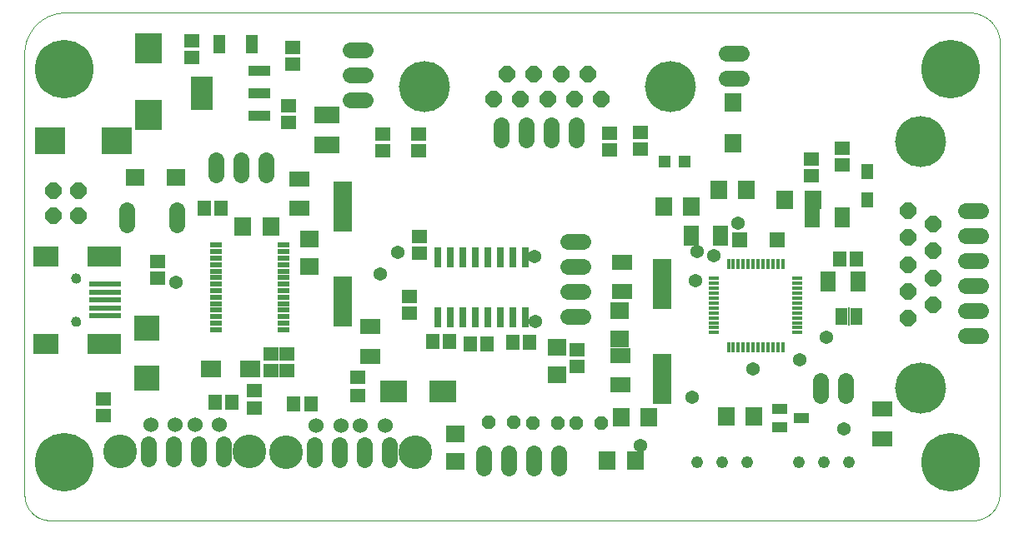
<source format=gts>
G75*
%MOIN*%
%OFA0B0*%
%FSLAX25Y25*%
%IPPOS*%
%LPD*%
%AMOC8*
5,1,8,0,0,1.08239X$1,22.5*
%
%ADD10C,0.00000*%
%ADD11R,0.04337X0.01187*%
%ADD12R,0.01187X0.04337*%
%ADD13R,0.08274X0.06306*%
%ADD14R,0.07400X0.20400*%
%ADD15R,0.06699X0.07498*%
%ADD16R,0.05124X0.07487*%
%ADD17R,0.07498X0.06699*%
%ADD18R,0.06306X0.08274*%
%ADD19R,0.05912X0.04337*%
%ADD20R,0.05912X0.05912*%
%ADD21R,0.06306X0.05518*%
%ADD22OC8,0.05600*%
%ADD23C,0.04800*%
%ADD24R,0.10243X0.08274*%
%ADD25R,0.13392X0.08274*%
%ADD26R,0.12605X0.02369*%
%ADD27C,0.03943*%
%ADD28C,0.23400*%
%ADD29R,0.05124X0.06306*%
%ADD30C,0.06400*%
%ADD31R,0.12014X0.11030*%
%ADD32R,0.05518X0.06306*%
%ADD33C,0.05400*%
%ADD34OC8,0.06400*%
%ADD35C,0.20400*%
%ADD36R,0.05124X0.01896*%
%ADD37R,0.07487X0.06699*%
%ADD38C,0.06000*%
%ADD39C,0.13500*%
%ADD40R,0.08274X0.07093*%
%ADD41R,0.11030X0.12014*%
%ADD42R,0.03000X0.08400*%
%ADD43R,0.10243X0.10439*%
%ADD44R,0.10636X0.09061*%
%ADD45R,0.07487X0.07093*%
%ADD46R,0.08865X0.04140*%
%ADD47R,0.08865X0.13195*%
%ADD48R,0.09849X0.06699*%
%ADD49R,0.05000X0.06700*%
%ADD50R,0.00600X0.07200*%
%ADD51R,0.05124X0.05124*%
%ADD52R,0.07093X0.07487*%
D10*
X0019865Y0014585D02*
X0388843Y0014585D01*
X0388843Y0014584D02*
X0389099Y0014587D01*
X0389355Y0014596D01*
X0389611Y0014612D01*
X0389866Y0014633D01*
X0390121Y0014661D01*
X0390375Y0014695D01*
X0390628Y0014735D01*
X0390880Y0014781D01*
X0391131Y0014834D01*
X0391380Y0014892D01*
X0391628Y0014956D01*
X0391874Y0015027D01*
X0392119Y0015103D01*
X0392362Y0015185D01*
X0392602Y0015273D01*
X0392841Y0015367D01*
X0393077Y0015466D01*
X0393310Y0015571D01*
X0393541Y0015682D01*
X0393770Y0015798D01*
X0393995Y0015920D01*
X0394217Y0016047D01*
X0394437Y0016180D01*
X0394652Y0016318D01*
X0394865Y0016461D01*
X0395074Y0016609D01*
X0395280Y0016762D01*
X0395481Y0016920D01*
X0395679Y0017082D01*
X0395873Y0017250D01*
X0396062Y0017422D01*
X0396248Y0017599D01*
X0396429Y0017780D01*
X0396606Y0017966D01*
X0396778Y0018155D01*
X0396946Y0018349D01*
X0397108Y0018547D01*
X0397266Y0018748D01*
X0397419Y0018954D01*
X0397567Y0019163D01*
X0397710Y0019376D01*
X0397848Y0019591D01*
X0397981Y0019811D01*
X0398108Y0020033D01*
X0398230Y0020258D01*
X0398346Y0020487D01*
X0398457Y0020718D01*
X0398562Y0020951D01*
X0398661Y0021187D01*
X0398755Y0021426D01*
X0398843Y0021666D01*
X0398925Y0021909D01*
X0399001Y0022154D01*
X0399072Y0022400D01*
X0399136Y0022648D01*
X0399194Y0022897D01*
X0399247Y0023148D01*
X0399293Y0023400D01*
X0399333Y0023653D01*
X0399367Y0023907D01*
X0399395Y0024162D01*
X0399416Y0024417D01*
X0399432Y0024673D01*
X0399441Y0024929D01*
X0399444Y0025185D01*
X0399444Y0204511D01*
X0399469Y0204802D01*
X0399487Y0205094D01*
X0399498Y0205386D01*
X0399502Y0205679D01*
X0399499Y0205971D01*
X0399489Y0206263D01*
X0399471Y0206555D01*
X0399447Y0206846D01*
X0399415Y0207137D01*
X0399377Y0207427D01*
X0399332Y0207716D01*
X0399279Y0208004D01*
X0399220Y0208290D01*
X0399154Y0208575D01*
X0399081Y0208858D01*
X0399001Y0209139D01*
X0398914Y0209418D01*
X0398821Y0209695D01*
X0398720Y0209970D01*
X0398614Y0210242D01*
X0398501Y0210512D01*
X0398381Y0210779D01*
X0398255Y0211043D01*
X0398122Y0211303D01*
X0397984Y0211561D01*
X0397839Y0211815D01*
X0397688Y0212065D01*
X0397531Y0212312D01*
X0397368Y0212555D01*
X0397199Y0212793D01*
X0397025Y0213028D01*
X0396844Y0213258D01*
X0396659Y0213484D01*
X0396468Y0213706D01*
X0396272Y0213922D01*
X0396070Y0214134D01*
X0395864Y0214341D01*
X0395652Y0214543D01*
X0395436Y0214740D01*
X0395215Y0214932D01*
X0394989Y0215118D01*
X0394759Y0215298D01*
X0394525Y0215473D01*
X0394287Y0215642D01*
X0394044Y0215806D01*
X0393798Y0215963D01*
X0393548Y0216115D01*
X0393294Y0216261D01*
X0393037Y0216400D01*
X0392777Y0216533D01*
X0392513Y0216660D01*
X0392247Y0216780D01*
X0391977Y0216894D01*
X0391705Y0217001D01*
X0391431Y0217102D01*
X0391154Y0217196D01*
X0390875Y0217283D01*
X0390594Y0217363D01*
X0390311Y0217437D01*
X0390026Y0217504D01*
X0389740Y0217564D01*
X0389452Y0217617D01*
X0389164Y0217663D01*
X0388874Y0217702D01*
X0388583Y0217734D01*
X0024601Y0217734D01*
X0024600Y0217734D02*
X0024207Y0217696D01*
X0023814Y0217648D01*
X0023423Y0217591D01*
X0023034Y0217525D01*
X0022646Y0217449D01*
X0022260Y0217364D01*
X0021876Y0217269D01*
X0021494Y0217165D01*
X0021116Y0217053D01*
X0020740Y0216931D01*
X0020367Y0216799D01*
X0019997Y0216659D01*
X0019631Y0216510D01*
X0019269Y0216353D01*
X0018910Y0216186D01*
X0018556Y0216011D01*
X0018206Y0215827D01*
X0017860Y0215635D01*
X0017520Y0215435D01*
X0017184Y0215227D01*
X0016853Y0215010D01*
X0016528Y0214786D01*
X0016208Y0214553D01*
X0015894Y0214314D01*
X0015586Y0214066D01*
X0015284Y0213811D01*
X0014988Y0213549D01*
X0014698Y0213280D01*
X0014415Y0213004D01*
X0014139Y0212721D01*
X0013870Y0212432D01*
X0013608Y0212136D01*
X0013353Y0211834D01*
X0013105Y0211526D01*
X0012865Y0211212D01*
X0012633Y0210892D01*
X0012408Y0210567D01*
X0012191Y0210237D01*
X0011983Y0209901D01*
X0011782Y0209560D01*
X0011590Y0209215D01*
X0011406Y0208865D01*
X0011231Y0208511D01*
X0011065Y0208152D01*
X0010907Y0207790D01*
X0010757Y0207424D01*
X0010617Y0207054D01*
X0010486Y0206682D01*
X0010364Y0206306D01*
X0010251Y0205927D01*
X0010147Y0205546D01*
X0010052Y0205162D01*
X0009967Y0204776D01*
X0009891Y0204388D01*
X0009824Y0203998D01*
X0009767Y0203607D01*
X0009719Y0203215D01*
X0009681Y0202822D01*
X0009652Y0202427D01*
X0009633Y0202033D01*
X0009623Y0201637D01*
X0009623Y0201242D01*
X0009633Y0200847D01*
X0009652Y0200452D01*
X0009680Y0200058D01*
X0009680Y0024770D01*
X0009683Y0024524D01*
X0009692Y0024278D01*
X0009707Y0024032D01*
X0009728Y0023787D01*
X0009754Y0023542D01*
X0009787Y0023298D01*
X0009825Y0023055D01*
X0009870Y0022813D01*
X0009920Y0022572D01*
X0009976Y0022333D01*
X0010038Y0022094D01*
X0010105Y0021858D01*
X0010178Y0021623D01*
X0010257Y0021390D01*
X0010342Y0021158D01*
X0010432Y0020929D01*
X0010527Y0020702D01*
X0010628Y0020478D01*
X0010735Y0020256D01*
X0010847Y0020037D01*
X0010964Y0019820D01*
X0011086Y0019607D01*
X0011213Y0019396D01*
X0011346Y0019188D01*
X0011483Y0018984D01*
X0011625Y0018783D01*
X0011772Y0018586D01*
X0011924Y0018392D01*
X0012080Y0018202D01*
X0012241Y0018016D01*
X0012407Y0017834D01*
X0012577Y0017656D01*
X0012751Y0017482D01*
X0012929Y0017312D01*
X0013111Y0017146D01*
X0013297Y0016985D01*
X0013487Y0016829D01*
X0013681Y0016677D01*
X0013878Y0016530D01*
X0014079Y0016388D01*
X0014283Y0016251D01*
X0014491Y0016118D01*
X0014702Y0015991D01*
X0014915Y0015869D01*
X0015132Y0015752D01*
X0015351Y0015640D01*
X0015573Y0015533D01*
X0015797Y0015432D01*
X0016024Y0015337D01*
X0016253Y0015247D01*
X0016485Y0015162D01*
X0016718Y0015083D01*
X0016953Y0015010D01*
X0017189Y0014943D01*
X0017428Y0014881D01*
X0017667Y0014825D01*
X0017908Y0014775D01*
X0018150Y0014730D01*
X0018393Y0014692D01*
X0018637Y0014659D01*
X0018882Y0014633D01*
X0019127Y0014612D01*
X0019373Y0014597D01*
X0019619Y0014588D01*
X0019865Y0014585D01*
X0028381Y0094112D02*
X0028383Y0094196D01*
X0028389Y0094279D01*
X0028399Y0094362D01*
X0028413Y0094445D01*
X0028430Y0094527D01*
X0028452Y0094608D01*
X0028477Y0094687D01*
X0028506Y0094766D01*
X0028539Y0094843D01*
X0028575Y0094918D01*
X0028615Y0094992D01*
X0028658Y0095064D01*
X0028705Y0095133D01*
X0028755Y0095200D01*
X0028808Y0095265D01*
X0028864Y0095327D01*
X0028922Y0095387D01*
X0028984Y0095444D01*
X0029048Y0095497D01*
X0029115Y0095548D01*
X0029184Y0095595D01*
X0029255Y0095640D01*
X0029328Y0095680D01*
X0029403Y0095717D01*
X0029480Y0095751D01*
X0029558Y0095781D01*
X0029637Y0095807D01*
X0029718Y0095830D01*
X0029800Y0095848D01*
X0029882Y0095863D01*
X0029965Y0095874D01*
X0030048Y0095881D01*
X0030132Y0095884D01*
X0030216Y0095883D01*
X0030299Y0095878D01*
X0030383Y0095869D01*
X0030465Y0095856D01*
X0030547Y0095840D01*
X0030628Y0095819D01*
X0030709Y0095795D01*
X0030787Y0095767D01*
X0030865Y0095735D01*
X0030941Y0095699D01*
X0031015Y0095660D01*
X0031087Y0095618D01*
X0031157Y0095572D01*
X0031225Y0095523D01*
X0031290Y0095471D01*
X0031353Y0095416D01*
X0031413Y0095358D01*
X0031471Y0095297D01*
X0031525Y0095233D01*
X0031577Y0095167D01*
X0031625Y0095099D01*
X0031670Y0095028D01*
X0031711Y0094955D01*
X0031750Y0094881D01*
X0031784Y0094805D01*
X0031815Y0094727D01*
X0031842Y0094648D01*
X0031866Y0094567D01*
X0031885Y0094486D01*
X0031901Y0094404D01*
X0031913Y0094321D01*
X0031921Y0094237D01*
X0031925Y0094154D01*
X0031925Y0094070D01*
X0031921Y0093987D01*
X0031913Y0093903D01*
X0031901Y0093820D01*
X0031885Y0093738D01*
X0031866Y0093657D01*
X0031842Y0093576D01*
X0031815Y0093497D01*
X0031784Y0093419D01*
X0031750Y0093343D01*
X0031711Y0093269D01*
X0031670Y0093196D01*
X0031625Y0093125D01*
X0031577Y0093057D01*
X0031525Y0092991D01*
X0031471Y0092927D01*
X0031413Y0092866D01*
X0031353Y0092808D01*
X0031290Y0092753D01*
X0031225Y0092701D01*
X0031157Y0092652D01*
X0031087Y0092606D01*
X0031015Y0092564D01*
X0030941Y0092525D01*
X0030865Y0092489D01*
X0030787Y0092457D01*
X0030709Y0092429D01*
X0030628Y0092405D01*
X0030547Y0092384D01*
X0030465Y0092368D01*
X0030383Y0092355D01*
X0030299Y0092346D01*
X0030216Y0092341D01*
X0030132Y0092340D01*
X0030048Y0092343D01*
X0029965Y0092350D01*
X0029882Y0092361D01*
X0029800Y0092376D01*
X0029718Y0092394D01*
X0029637Y0092417D01*
X0029558Y0092443D01*
X0029480Y0092473D01*
X0029403Y0092507D01*
X0029328Y0092544D01*
X0029255Y0092584D01*
X0029184Y0092629D01*
X0029115Y0092676D01*
X0029048Y0092727D01*
X0028984Y0092780D01*
X0028922Y0092837D01*
X0028864Y0092897D01*
X0028808Y0092959D01*
X0028755Y0093024D01*
X0028705Y0093091D01*
X0028658Y0093160D01*
X0028615Y0093232D01*
X0028575Y0093306D01*
X0028539Y0093381D01*
X0028506Y0093458D01*
X0028477Y0093537D01*
X0028452Y0093616D01*
X0028430Y0093697D01*
X0028413Y0093779D01*
X0028399Y0093862D01*
X0028389Y0093945D01*
X0028383Y0094028D01*
X0028381Y0094112D01*
X0028381Y0111435D02*
X0028383Y0111519D01*
X0028389Y0111602D01*
X0028399Y0111685D01*
X0028413Y0111768D01*
X0028430Y0111850D01*
X0028452Y0111931D01*
X0028477Y0112010D01*
X0028506Y0112089D01*
X0028539Y0112166D01*
X0028575Y0112241D01*
X0028615Y0112315D01*
X0028658Y0112387D01*
X0028705Y0112456D01*
X0028755Y0112523D01*
X0028808Y0112588D01*
X0028864Y0112650D01*
X0028922Y0112710D01*
X0028984Y0112767D01*
X0029048Y0112820D01*
X0029115Y0112871D01*
X0029184Y0112918D01*
X0029255Y0112963D01*
X0029328Y0113003D01*
X0029403Y0113040D01*
X0029480Y0113074D01*
X0029558Y0113104D01*
X0029637Y0113130D01*
X0029718Y0113153D01*
X0029800Y0113171D01*
X0029882Y0113186D01*
X0029965Y0113197D01*
X0030048Y0113204D01*
X0030132Y0113207D01*
X0030216Y0113206D01*
X0030299Y0113201D01*
X0030383Y0113192D01*
X0030465Y0113179D01*
X0030547Y0113163D01*
X0030628Y0113142D01*
X0030709Y0113118D01*
X0030787Y0113090D01*
X0030865Y0113058D01*
X0030941Y0113022D01*
X0031015Y0112983D01*
X0031087Y0112941D01*
X0031157Y0112895D01*
X0031225Y0112846D01*
X0031290Y0112794D01*
X0031353Y0112739D01*
X0031413Y0112681D01*
X0031471Y0112620D01*
X0031525Y0112556D01*
X0031577Y0112490D01*
X0031625Y0112422D01*
X0031670Y0112351D01*
X0031711Y0112278D01*
X0031750Y0112204D01*
X0031784Y0112128D01*
X0031815Y0112050D01*
X0031842Y0111971D01*
X0031866Y0111890D01*
X0031885Y0111809D01*
X0031901Y0111727D01*
X0031913Y0111644D01*
X0031921Y0111560D01*
X0031925Y0111477D01*
X0031925Y0111393D01*
X0031921Y0111310D01*
X0031913Y0111226D01*
X0031901Y0111143D01*
X0031885Y0111061D01*
X0031866Y0110980D01*
X0031842Y0110899D01*
X0031815Y0110820D01*
X0031784Y0110742D01*
X0031750Y0110666D01*
X0031711Y0110592D01*
X0031670Y0110519D01*
X0031625Y0110448D01*
X0031577Y0110380D01*
X0031525Y0110314D01*
X0031471Y0110250D01*
X0031413Y0110189D01*
X0031353Y0110131D01*
X0031290Y0110076D01*
X0031225Y0110024D01*
X0031157Y0109975D01*
X0031087Y0109929D01*
X0031015Y0109887D01*
X0030941Y0109848D01*
X0030865Y0109812D01*
X0030787Y0109780D01*
X0030709Y0109752D01*
X0030628Y0109728D01*
X0030547Y0109707D01*
X0030465Y0109691D01*
X0030383Y0109678D01*
X0030299Y0109669D01*
X0030216Y0109664D01*
X0030132Y0109663D01*
X0030048Y0109666D01*
X0029965Y0109673D01*
X0029882Y0109684D01*
X0029800Y0109699D01*
X0029718Y0109717D01*
X0029637Y0109740D01*
X0029558Y0109766D01*
X0029480Y0109796D01*
X0029403Y0109830D01*
X0029328Y0109867D01*
X0029255Y0109907D01*
X0029184Y0109952D01*
X0029115Y0109999D01*
X0029048Y0110050D01*
X0028984Y0110103D01*
X0028922Y0110160D01*
X0028864Y0110220D01*
X0028808Y0110282D01*
X0028755Y0110347D01*
X0028705Y0110414D01*
X0028658Y0110483D01*
X0028615Y0110555D01*
X0028575Y0110629D01*
X0028539Y0110704D01*
X0028506Y0110781D01*
X0028477Y0110860D01*
X0028452Y0110939D01*
X0028430Y0111020D01*
X0028413Y0111102D01*
X0028399Y0111185D01*
X0028389Y0111268D01*
X0028383Y0111351D01*
X0028381Y0111435D01*
D11*
X0285153Y0111356D03*
X0285153Y0109388D03*
X0285153Y0107419D03*
X0285153Y0105451D03*
X0285153Y0103482D03*
X0285153Y0101514D03*
X0285153Y0099545D03*
X0285153Y0097577D03*
X0285153Y0095608D03*
X0285153Y0093640D03*
X0285153Y0091671D03*
X0285153Y0089703D03*
X0318617Y0089703D03*
X0318617Y0091671D03*
X0318617Y0093640D03*
X0318617Y0095608D03*
X0318617Y0097577D03*
X0318617Y0099545D03*
X0318617Y0101514D03*
X0318617Y0103482D03*
X0318617Y0105451D03*
X0318617Y0107419D03*
X0318617Y0109388D03*
X0318617Y0111356D03*
D12*
X0312712Y0117262D03*
X0310743Y0117262D03*
X0308775Y0117262D03*
X0306806Y0117262D03*
X0304838Y0117262D03*
X0302869Y0117262D03*
X0300901Y0117262D03*
X0298932Y0117262D03*
X0296964Y0117262D03*
X0294995Y0117262D03*
X0293027Y0117262D03*
X0291058Y0117262D03*
X0291058Y0083797D03*
X0293027Y0083797D03*
X0294995Y0083797D03*
X0296964Y0083797D03*
X0298932Y0083797D03*
X0300901Y0083797D03*
X0302869Y0083797D03*
X0304838Y0083797D03*
X0306806Y0083797D03*
X0308775Y0083797D03*
X0310743Y0083797D03*
X0312712Y0083797D03*
D13*
X0352594Y0059073D03*
X0352594Y0047262D03*
X0248578Y0106159D03*
X0248578Y0117970D03*
X0247869Y0080490D03*
X0247869Y0068679D03*
X0147869Y0080333D03*
X0147869Y0092144D03*
X0119523Y0139388D03*
X0119523Y0151199D03*
D14*
X0136846Y0140278D03*
X0136846Y0102278D03*
X0264483Y0109175D03*
X0264483Y0071175D03*
D15*
X0259373Y0055923D03*
X0248176Y0055923D03*
X0242665Y0038600D03*
X0253861Y0038600D03*
X0290106Y0056081D03*
X0301302Y0056081D03*
X0276302Y0140175D03*
X0265106Y0140175D03*
X0287153Y0146868D03*
X0298350Y0146868D03*
X0313531Y0142931D03*
X0324728Y0142931D03*
X0108192Y0132301D03*
X0096995Y0132301D03*
D16*
X0100428Y0205136D03*
X0087436Y0205136D03*
D17*
X0247476Y0098530D03*
X0247476Y0087333D03*
X0181728Y0049317D03*
X0181728Y0038120D03*
D18*
X0276216Y0128364D03*
X0288027Y0128364D03*
X0324641Y0135844D03*
X0336452Y0135844D03*
X0330940Y0110254D03*
X0342751Y0110254D03*
D19*
X0311649Y0059270D03*
X0311649Y0051789D03*
X0320310Y0055530D03*
D20*
X0310468Y0126789D03*
X0295507Y0126789D03*
D21*
X0324247Y0152577D03*
X0324247Y0159270D03*
X0336452Y0156907D03*
X0336452Y0163600D03*
X0255743Y0163207D03*
X0255743Y0169900D03*
X0243539Y0169506D03*
X0243539Y0162813D03*
X0167161Y0162419D03*
X0167161Y0169112D03*
X0152987Y0169112D03*
X0152987Y0162419D03*
X0115192Y0173837D03*
X0115192Y0180530D03*
X0116767Y0197065D03*
X0116767Y0203758D03*
X0076609Y0206514D03*
X0076609Y0199821D03*
X0167554Y0128167D03*
X0167554Y0121474D03*
X0163617Y0104152D03*
X0163617Y0097459D03*
X0142751Y0071868D03*
X0142751Y0064388D03*
X0114405Y0074624D03*
X0108106Y0074624D03*
X0108106Y0081317D03*
X0114405Y0081317D03*
X0101413Y0066356D03*
X0101413Y0059663D03*
X0041176Y0056514D03*
X0041176Y0063207D03*
X0062830Y0111632D03*
X0062830Y0118325D03*
X0230546Y0082892D03*
X0230546Y0076199D03*
D22*
X0230271Y0053561D03*
X0222948Y0053561D03*
X0212948Y0053561D03*
X0205231Y0053955D03*
X0195231Y0053955D03*
X0240271Y0053561D03*
D23*
X0278420Y0037813D03*
X0288420Y0037813D03*
X0298420Y0037813D03*
X0319365Y0037813D03*
X0329365Y0037813D03*
X0339365Y0037813D03*
D24*
X0018342Y0085254D03*
X0018342Y0120293D03*
D25*
X0041570Y0120293D03*
X0041570Y0085254D03*
D26*
X0041964Y0096474D03*
X0041964Y0099624D03*
X0041964Y0102774D03*
X0041964Y0105923D03*
X0041964Y0109073D03*
D27*
X0030153Y0111435D03*
X0030153Y0094112D03*
D28*
X0025428Y0037813D03*
X0025428Y0195293D03*
X0379759Y0195293D03*
X0379759Y0037813D03*
D29*
X0346688Y0142734D03*
X0346688Y0154152D03*
D30*
X0385814Y0138404D02*
X0391814Y0138404D01*
X0391814Y0128404D02*
X0385814Y0128404D01*
X0385814Y0118404D02*
X0391814Y0118404D01*
X0391814Y0108404D02*
X0385814Y0108404D01*
X0385814Y0098404D02*
X0391814Y0098404D01*
X0391814Y0088404D02*
X0385814Y0088404D01*
X0337909Y0070341D02*
X0337909Y0064341D01*
X0327909Y0064341D02*
X0327909Y0070341D01*
X0232759Y0096041D02*
X0226759Y0096041D01*
X0226759Y0106041D02*
X0232759Y0106041D01*
X0232759Y0116041D02*
X0226759Y0116041D01*
X0226759Y0126041D02*
X0232759Y0126041D01*
X0230192Y0166703D02*
X0230192Y0172703D01*
X0220192Y0172703D02*
X0220192Y0166703D01*
X0210192Y0166703D02*
X0210192Y0172703D01*
X0200192Y0172703D02*
X0200192Y0166703D01*
X0145751Y0182931D02*
X0139751Y0182931D01*
X0139751Y0192931D02*
X0145751Y0192931D01*
X0145751Y0202931D02*
X0139751Y0202931D01*
X0106294Y0158923D02*
X0106294Y0152923D01*
X0096294Y0152923D02*
X0096294Y0158923D01*
X0086294Y0158923D02*
X0086294Y0152923D01*
X0070468Y0138844D02*
X0070468Y0132844D01*
X0050468Y0132844D02*
X0050468Y0138844D01*
X0059247Y0045144D02*
X0059247Y0039144D01*
X0069247Y0039144D02*
X0069247Y0045144D01*
X0079247Y0045144D02*
X0079247Y0039144D01*
X0089247Y0039144D02*
X0089247Y0045144D01*
X0125389Y0044750D02*
X0125389Y0038750D01*
X0135389Y0038750D02*
X0135389Y0044750D01*
X0145389Y0044750D02*
X0145389Y0038750D01*
X0155389Y0038750D02*
X0155389Y0044750D01*
X0193106Y0041600D02*
X0193106Y0035600D01*
X0203106Y0035600D02*
X0203106Y0041600D01*
X0213106Y0041600D02*
X0213106Y0035600D01*
X0223106Y0035600D02*
X0223106Y0041600D01*
X0290145Y0191474D02*
X0296145Y0191474D01*
X0296145Y0201474D02*
X0290145Y0201474D01*
D31*
X0046590Y0166553D03*
X0020015Y0166553D03*
D32*
X0081531Y0139388D03*
X0088224Y0139388D03*
X0172869Y0086238D03*
X0179562Y0086238D03*
X0187830Y0085057D03*
X0194523Y0085057D03*
X0204759Y0085844D03*
X0211452Y0085844D03*
X0124050Y0061041D03*
X0117357Y0061041D03*
X0092554Y0061829D03*
X0085861Y0061829D03*
X0335468Y0119309D03*
X0342161Y0119309D03*
D33*
X0294720Y0133482D03*
X0278578Y0122065D03*
X0285271Y0120490D03*
X0277791Y0110648D03*
X0319523Y0078758D03*
X0330153Y0087813D03*
X0301019Y0075215D03*
X0276609Y0063797D03*
X0255743Y0044506D03*
X0214011Y0094112D03*
X0213617Y0120096D03*
X0158893Y0121671D03*
X0151806Y0113010D03*
X0070310Y0109860D03*
X0337239Y0051199D03*
D34*
X0362948Y0095347D03*
X0372948Y0100747D03*
X0362948Y0106147D03*
X0372948Y0111547D03*
X0362948Y0116947D03*
X0372948Y0122347D03*
X0362948Y0127747D03*
X0372948Y0133147D03*
X0362948Y0138547D03*
X0240335Y0183207D03*
X0229535Y0183207D03*
X0218735Y0183207D03*
X0207935Y0183207D03*
X0197135Y0183207D03*
X0202535Y0193207D03*
X0213335Y0193207D03*
X0224135Y0193207D03*
X0234935Y0193207D03*
X0031216Y0146356D03*
X0021216Y0146356D03*
X0021216Y0136356D03*
X0031216Y0136356D03*
D35*
X0169435Y0188207D03*
X0268035Y0188207D03*
X0367948Y0166247D03*
X0367948Y0067647D03*
D36*
X0113338Y0090873D03*
X0113338Y0093473D03*
X0113338Y0096073D03*
X0113338Y0098673D03*
X0113338Y0101273D03*
X0113338Y0103873D03*
X0113338Y0106473D03*
X0113361Y0109073D03*
X0113338Y0111673D03*
X0113338Y0114273D03*
X0113338Y0116873D03*
X0113338Y0119473D03*
X0113338Y0122073D03*
X0113338Y0124673D03*
X0086338Y0124673D03*
X0086338Y0122073D03*
X0086338Y0119473D03*
X0086338Y0116873D03*
X0086338Y0114273D03*
X0086338Y0111673D03*
X0086314Y0109073D03*
X0086338Y0106473D03*
X0086338Y0103873D03*
X0086338Y0101273D03*
X0086338Y0098673D03*
X0086338Y0096073D03*
X0086338Y0093473D03*
X0086338Y0090873D03*
D37*
X0123460Y0116159D03*
X0123460Y0127183D03*
X0222672Y0083876D03*
X0222672Y0072852D03*
D38*
X0153745Y0052450D03*
X0143945Y0052450D03*
X0136045Y0052450D03*
X0126245Y0052450D03*
X0087604Y0052844D03*
X0077804Y0052844D03*
X0069904Y0052844D03*
X0060104Y0052844D03*
D39*
X0048004Y0042144D03*
X0099704Y0042144D03*
X0114145Y0041750D03*
X0165845Y0041750D03*
D40*
X0099838Y0075215D03*
X0084090Y0075215D03*
D41*
X0059287Y0176888D03*
X0059287Y0203463D03*
D42*
X0174857Y0119992D03*
X0179857Y0119992D03*
X0184857Y0119992D03*
X0189857Y0119992D03*
X0194857Y0119992D03*
X0199857Y0119992D03*
X0204857Y0119992D03*
X0209857Y0119992D03*
X0209857Y0095792D03*
X0204857Y0095792D03*
X0199857Y0095792D03*
X0194857Y0095792D03*
X0189857Y0095792D03*
X0184857Y0095792D03*
X0179857Y0095792D03*
X0174857Y0095792D03*
D43*
X0058499Y0091455D03*
X0058499Y0071573D03*
D44*
X0157318Y0066159D03*
X0177003Y0066159D03*
D45*
X0070113Y0151986D03*
X0053972Y0151986D03*
D46*
X0103381Y0176396D03*
X0103381Y0185451D03*
X0103381Y0194506D03*
D47*
X0080546Y0185451D03*
D48*
X0130546Y0176789D03*
X0130546Y0164978D03*
D49*
X0336208Y0096081D03*
X0342208Y0096081D03*
D50*
X0339208Y0096081D03*
D51*
X0273657Y0158285D03*
X0265389Y0158285D03*
D52*
X0292751Y0165569D03*
X0292751Y0181711D03*
M02*

</source>
